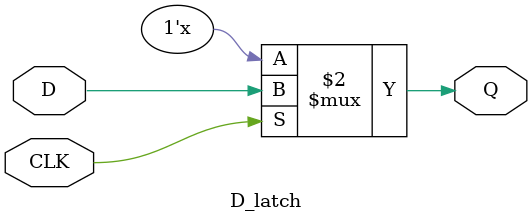
<source format=v>
module D_latch (D,CLK,Q);
input D,CLK;
output reg Q;
always @ (*)
begin
if (CLK)
Q<=D;
end
endmodule


</source>
